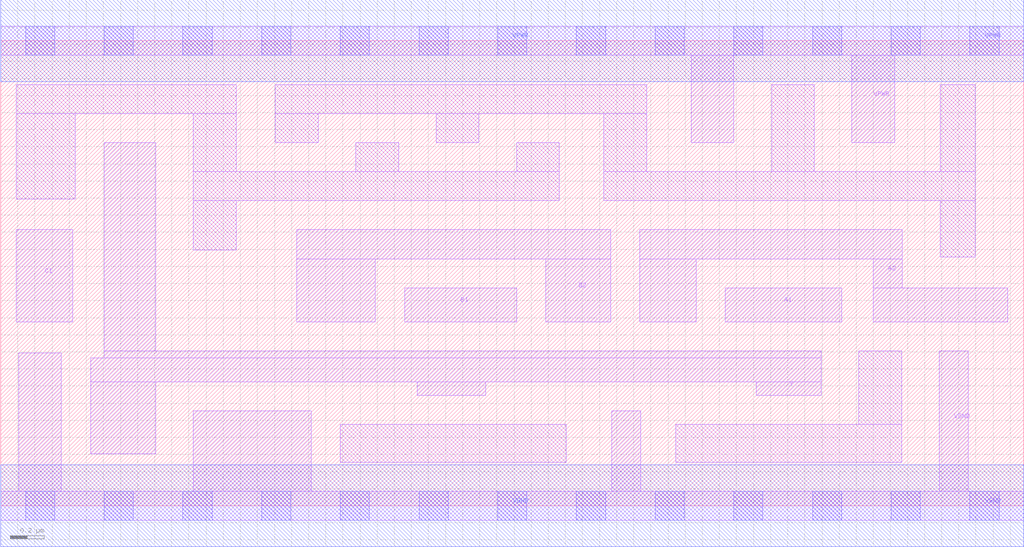
<source format=lef>
# Copyright 2020 The SkyWater PDK Authors
#
# Licensed under the Apache License, Version 2.0 (the "License");
# you may not use this file except in compliance with the License.
# You may obtain a copy of the License at
#
#     https://www.apache.org/licenses/LICENSE-2.0
#
# Unless required by applicable law or agreed to in writing, software
# distributed under the License is distributed on an "AS IS" BASIS,
# WITHOUT WARRANTIES OR CONDITIONS OF ANY KIND, either express or implied.
# See the License for the specific language governing permissions and
# limitations under the License.
#
# SPDX-License-Identifier: Apache-2.0

VERSION 5.7 ;
  NAMESCASESENSITIVE ON ;
  NOWIREEXTENSIONATPIN ON ;
  DIVIDERCHAR "/" ;
  BUSBITCHARS "[]" ;
UNITS
  DATABASE MICRONS 200 ;
END UNITS
PROPERTYDEFINITIONS
  MACRO maskLayoutSubType STRING ;
  MACRO prCellType STRING ;
  MACRO originalViewName STRING ;
END PROPERTYDEFINITIONS
MACRO sky130_fd_sc_hdll__a221oi_2
  CLASS CORE ;
  FOREIGN sky130_fd_sc_hdll__a221oi_2 ;
  ORIGIN  0.000000  0.000000 ;
  SIZE  5.980000 BY  2.720000 ;
  SYMMETRY X Y R90 ;
  SITE unithd ;
  PIN A1
    ANTENNAGATEAREA  0.555000 ;
    DIRECTION INPUT ;
    USE SIGNAL ;
    PORT
      LAYER li1 ;
        RECT 4.235000 1.075000 4.915000 1.275000 ;
    END
  END A1
  PIN A2
    ANTENNAGATEAREA  0.555000 ;
    DIRECTION INPUT ;
    USE SIGNAL ;
    PORT
      LAYER li1 ;
        RECT 3.735000 1.075000 4.065000 1.445000 ;
        RECT 3.735000 1.445000 5.270000 1.615000 ;
        RECT 5.100000 1.075000 5.885000 1.275000 ;
        RECT 5.100000 1.275000 5.270000 1.445000 ;
    END
  END A2
  PIN B1
    ANTENNAGATEAREA  0.555000 ;
    DIRECTION INPUT ;
    USE SIGNAL ;
    PORT
      LAYER li1 ;
        RECT 2.360000 1.075000 3.015000 1.275000 ;
    END
  END B1
  PIN B2
    ANTENNAGATEAREA  0.555000 ;
    DIRECTION INPUT ;
    USE SIGNAL ;
    PORT
      LAYER li1 ;
        RECT 1.730000 1.075000 2.190000 1.445000 ;
        RECT 1.730000 1.445000 3.565000 1.615000 ;
        RECT 3.185000 1.075000 3.565000 1.445000 ;
    END
  END B2
  PIN C1
    ANTENNAGATEAREA  0.555000 ;
    DIRECTION INPUT ;
    USE SIGNAL ;
    PORT
      LAYER li1 ;
        RECT 0.090000 1.075000 0.420000 1.615000 ;
    END
  END C1
  PIN VGND
    ANTENNADIFFAREA  1.183000 ;
    DIRECTION INOUT ;
    USE SIGNAL ;
    PORT
      LAYER li1 ;
        RECT 0.000000 -0.085000 5.980000 0.085000 ;
        RECT 0.105000  0.085000 0.355000 0.895000 ;
        RECT 1.125000  0.085000 1.815000 0.555000 ;
        RECT 3.570000  0.085000 3.740000 0.555000 ;
        RECT 5.485000  0.085000 5.655000 0.905000 ;
      LAYER mcon ;
        RECT 0.145000 -0.085000 0.315000 0.085000 ;
        RECT 0.605000 -0.085000 0.775000 0.085000 ;
        RECT 1.065000 -0.085000 1.235000 0.085000 ;
        RECT 1.525000 -0.085000 1.695000 0.085000 ;
        RECT 1.985000 -0.085000 2.155000 0.085000 ;
        RECT 2.445000 -0.085000 2.615000 0.085000 ;
        RECT 2.905000 -0.085000 3.075000 0.085000 ;
        RECT 3.365000 -0.085000 3.535000 0.085000 ;
        RECT 3.825000 -0.085000 3.995000 0.085000 ;
        RECT 4.285000 -0.085000 4.455000 0.085000 ;
        RECT 4.745000 -0.085000 4.915000 0.085000 ;
        RECT 5.205000 -0.085000 5.375000 0.085000 ;
        RECT 5.665000 -0.085000 5.835000 0.085000 ;
      LAYER met1 ;
        RECT 0.000000 -0.240000 5.980000 0.240000 ;
    END
  END VGND
  PIN VPWR
    ANTENNADIFFAREA  0.580000 ;
    DIRECTION INOUT ;
    USE SIGNAL ;
    PORT
      LAYER li1 ;
        RECT 0.000000 2.635000 5.980000 2.805000 ;
        RECT 4.035000 2.125000 4.285000 2.635000 ;
        RECT 4.975000 2.125000 5.225000 2.635000 ;
      LAYER mcon ;
        RECT 0.145000 2.635000 0.315000 2.805000 ;
        RECT 0.605000 2.635000 0.775000 2.805000 ;
        RECT 1.065000 2.635000 1.235000 2.805000 ;
        RECT 1.525000 2.635000 1.695000 2.805000 ;
        RECT 1.985000 2.635000 2.155000 2.805000 ;
        RECT 2.445000 2.635000 2.615000 2.805000 ;
        RECT 2.905000 2.635000 3.075000 2.805000 ;
        RECT 3.365000 2.635000 3.535000 2.805000 ;
        RECT 3.825000 2.635000 3.995000 2.805000 ;
        RECT 4.285000 2.635000 4.455000 2.805000 ;
        RECT 4.745000 2.635000 4.915000 2.805000 ;
        RECT 5.205000 2.635000 5.375000 2.805000 ;
        RECT 5.665000 2.635000 5.835000 2.805000 ;
      LAYER met1 ;
        RECT 0.000000 2.480000 5.980000 2.960000 ;
    END
  END VPWR
  PIN Y
    ANTENNADIFFAREA  0.979000 ;
    DIRECTION OUTPUT ;
    USE SIGNAL ;
    PORT
      LAYER li1 ;
        RECT 0.525000 0.305000 0.905000 0.725000 ;
        RECT 0.525000 0.725000 4.795000 0.865000 ;
        RECT 0.605000 0.865000 4.795000 0.905000 ;
        RECT 0.605000 0.905000 0.905000 2.125000 ;
        RECT 2.435000 0.645000 2.835000 0.725000 ;
        RECT 4.415000 0.645000 4.795000 0.725000 ;
    END
  END Y
  OBS
    LAYER li1 ;
      RECT 0.090000 1.795000 0.435000 2.295000 ;
      RECT 0.090000 2.295000 1.375000 2.465000 ;
      RECT 1.125000 1.495000 1.375000 1.785000 ;
      RECT 1.125000 1.785000 3.265000 1.955000 ;
      RECT 1.125000 1.955000 1.375000 2.295000 ;
      RECT 1.605000 2.125000 1.855000 2.295000 ;
      RECT 1.605000 2.295000 3.775000 2.465000 ;
      RECT 1.985000 0.255000 3.305000 0.475000 ;
      RECT 2.075000 1.955000 2.325000 2.125000 ;
      RECT 2.545000 2.125000 2.795000 2.295000 ;
      RECT 3.015000 1.955000 3.265000 2.125000 ;
      RECT 3.525000 1.785000 5.695000 1.955000 ;
      RECT 3.525000 1.955000 3.775000 2.295000 ;
      RECT 3.945000 0.255000 5.265000 0.475000 ;
      RECT 4.505000 1.955000 4.755000 2.465000 ;
      RECT 5.015000 0.475000 5.265000 0.905000 ;
      RECT 5.490000 1.455000 5.695000 1.785000 ;
      RECT 5.490000 1.955000 5.695000 2.465000 ;
  END
  PROPERTY maskLayoutSubType "abstract" ;
  PROPERTY prCellType "standard" ;
  PROPERTY originalViewName "layout" ;
END sky130_fd_sc_hdll__a221oi_2

</source>
